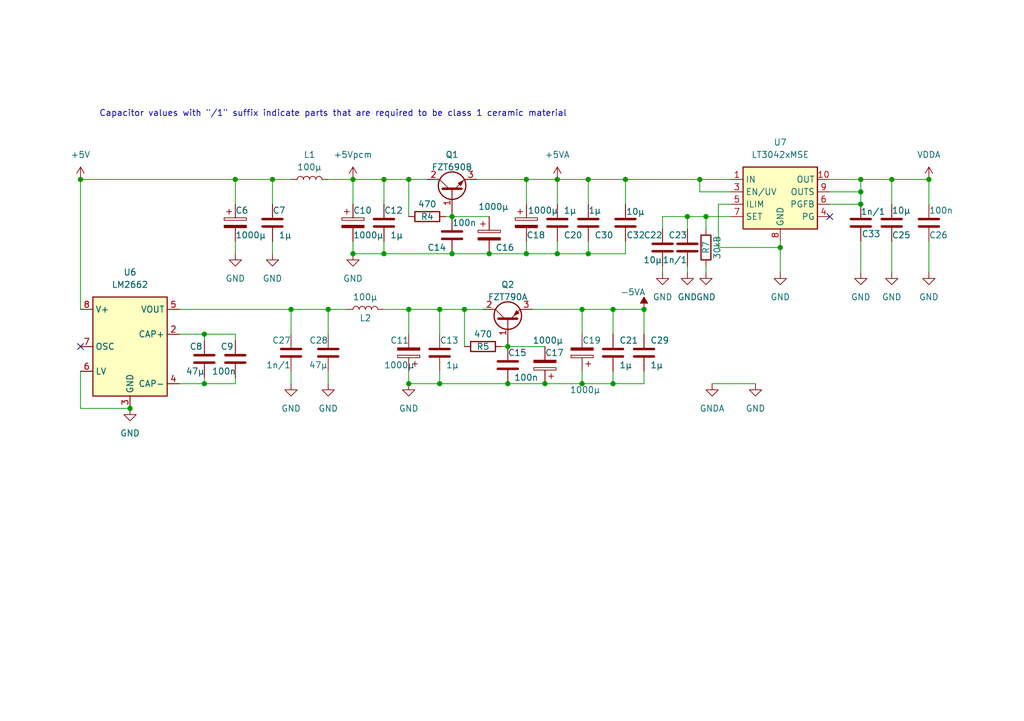
<source format=kicad_sch>
(kicad_sch (version 20250114) (generator "eeschema") (generator_version "9.0")
  (paper "A5")
  (title_block (title "MISRC") (date "2025-10-23") (rev "2.5") (comment 1 "Power supply"))
  (lib_symbols
    (symbol "Device:C" (pin_numbers (hide yes)) (pin_names (offset 0.254))
      (property "Reference" "C" (at 0.635 2.54 0))
      (property "Value" "C" (at 0.635 -2.54 0))
      (symbol "C_0_1"
        (polyline (pts (xy -2.032 0.762) (xy 2.032 0.762)) (stroke (width 0.508)))
        (polyline (pts (xy -2.032 -0.762) (xy 2.032 -0.762)) (stroke (width 0.508)))
      )
      (symbol "C_1_1"
        (pin passive line (at 0 3.81 270) (length 2.794) (name "~") (number "1"))
        (pin passive line (at 0 -3.81 90) (length 2.794) (name "~") (number "2"))
      )
    )
    (symbol "Device:C_Polarized" (pin_numbers (hide yes)) (pin_names (offset 0.254))
      (property "Reference" "C" (at 0.635 2.54 0))
      (property "Value" "C_Polarized" (at 0.635 -2.54 0))
      (symbol "C_Polarized_0_1"
        (rectangle (start -2.286 0.508) (end 2.286 1.016))
        (polyline (pts (xy -1.778 2.286) (xy -0.762 2.286)))
        (polyline (pts (xy -1.27 2.794) (xy -1.27 1.778)))
        (rectangle (start 2.286 -0.508) (end -2.286 -1.016) (fill (type outline)))
      )
      (symbol "C_Polarized_1_1"
        (pin passive line (at 0 3.81 270) (length 2.794) (name "~") (number "1"))
        (pin passive line (at 0 -3.81 90) (length 2.794) (name "~") (number "2"))
      )
    )
    (symbol "Device:L" (pin_numbers (hide yes)) (pin_names (offset 1.016) (hide yes))
      (property "Reference" "L" (at -1.27 0 90))
      (property "Value" "L" (at 1.905 0 90))
      (symbol "L_0_1"
        (arc (start 0 2.54) (mid 0.6323 1.905) (end 0 1.27))
        (arc (start 0 1.27) (mid 0.6323 0.635) (end 0 0))
        (arc (start 0 0) (mid 0.6323 -0.635) (end 0 -1.27))
        (arc (start 0 -1.27) (mid 0.6323 -1.905) (end 0 -2.54))
      )
      (symbol "L_1_1"
        (pin passive line (at 0 3.81 270) (length 1.27) (name "1") (number "1"))
        (pin passive line (at 0 -3.81 90) (length 1.27) (name "2") (number "2"))
      )
    )
    (symbol "Device:Q_NPN_BCE" (pin_names (offset 0) (hide yes))
      (property "Reference" "Q" (at 5.08 1.27 0))
      (property "Value" "Q_NPN_BCE" (at 5.08 -1.27 0))
      (symbol "Q_NPN_BCE_0_1"
        (polyline (pts (xy 0.635 1.905) (xy 0.635 -1.905) (xy 0.635 -1.905)) (stroke (width 0.508)))
        (polyline (pts (xy 0.635 0.635) (xy 2.54 2.54)))
        (polyline (pts (xy 0.635 -0.635) (xy 2.54 -2.54) (xy 2.54 -2.54)))
        (circle (center 1.27 0) (radius 2.8194) (stroke (width 0.254)))
        (polyline (pts (xy 1.27 -1.778) (xy 1.778 -1.27) (xy 2.286 -2.286) (xy 1.27 -1.778) (xy 1.27 -1.778)) (fill (type outline)))
      )
      (symbol "Q_NPN_BCE_1_1"
        (pin input line (at -5.08 0 0) (length 5.715) (name "B") (number "1"))
        (pin passive line (at 2.54 5.08 270) (length 2.54) (name "C") (number "2"))
        (pin passive line (at 2.54 -5.08 90) (length 2.54) (name "E") (number "3"))
      )
    )
    (symbol "Device:Q_PNP_BCE" (pin_names (offset 0) (hide yes))
      (property "Reference" "Q" (at 5.08 1.27 0))
      (property "Value" "Q_PNP_BCE" (at 5.08 -1.27 0))
      (symbol "Q_PNP_BCE_0_1"
        (polyline (pts (xy 0.635 1.905) (xy 0.635 -1.905) (xy 0.635 -1.905)) (stroke (width 0.508)))
        (polyline (pts (xy 0.635 0.635) (xy 2.54 2.54)))
        (polyline (pts (xy 0.635 -0.635) (xy 2.54 -2.54) (xy 2.54 -2.54)))
        (circle (center 1.27 0) (radius 2.8194) (stroke (width 0.254)))
        (polyline (pts (xy 2.286 -1.778) (xy 1.778 -2.286) (xy 1.27 -1.27) (xy 2.286 -1.778) (xy 2.286 -1.778)) (fill (type outline)))
      )
      (symbol "Q_PNP_BCE_1_1"
        (pin input line (at -5.08 0 0) (length 5.715) (name "B") (number "1"))
        (pin passive line (at 2.54 5.08 270) (length 2.54) (name "C") (number "2"))
        (pin passive line (at 2.54 -5.08 90) (length 2.54) (name "E") (number "3"))
      )
    )
    (symbol "Device:R" (pin_numbers (hide yes)) (pin_names (offset 0))
      (property "Reference" "R" (at 2.032 0 90))
      (property "Value" "R" (at 0 0 90))
      (symbol "R_0_1"
        (rectangle (start -1.016 -2.54) (end 1.016 2.54) (stroke (width 0.254)))
      )
      (symbol "R_1_1"
        (pin passive line (at 0 3.81 270) (length 1.27) (name "~") (number "1"))
        (pin passive line (at 0 -3.81 90) (length 1.27) (name "~") (number "2"))
      )
    )
    (symbol "Regulator_Linear:LT3042xMSE"
      (property "Reference" "U" (at -6.35 6.35 0))
      (property "Value" "LT3042xMSE" (at 1.27 6.35 0))
      (symbol "LT3042xMSE_0_1"
        (rectangle (start -7.62 5.08) (end 7.62 -7.62) (stroke (width 0.254)) (fill (type background)))
      )
      (symbol "LT3042xMSE_1_1"
        (pin power_in line (at -10.16 2.54 0) (length 2.54) (name "IN") (number "1"))
        (pin passive line (at -10.16 2.54 0) (length 2.54) (hide yes) (name "IN") (number "2"))
        (pin input line (at -10.16 0 0) (length 2.54) (name "EN/UV") (number "3"))
        (pin passive line (at -10.16 -2.54 0) (length 2.54) (name "ILIM") (number "5"))
        (pin passive line (at -10.16 -5.08 0) (length 2.54) (name "SET") (number "7"))
        (pin passive line (at 0 -10.16 90) (length 2.54) (hide yes) (name "GND") (number "11"))
        (pin power_in line (at 0 -10.16 90) (length 2.54) (name "GND") (number "8"))
        (pin power_out line (at 10.16 2.54 180) (length 2.54) (name "OUT") (number "10"))
        (pin input line (at 10.16 0 180) (length 2.54) (name "OUTS") (number "9"))
        (pin input line (at 10.16 -2.54 180) (length 2.54) (name "PGFB") (number "6"))
        (pin open_collector line (at 10.16 -5.08 180) (length 2.54) (name "PG") (number "4"))
      )
    )
    (symbol "Regulator_SwitchedCapacitor:ICL7660"
      (property "Reference" "U" (at -6.35 11.43 0))
      (property "Value" "ICL7660" (at 3.81 11.43 0))
      (symbol "ICL7660_0_1"
        (rectangle (start -7.62 10.16) (end 7.62 -10.16) (stroke (width 0.254)) (fill (type background)))
      )
      (symbol "ICL7660_1_1"
        (pin power_in line (at -10.16 7.62 0) (length 2.54) (name "V+") (number "8"))
        (pin input line (at -10.16 0 0) (length 2.54) (name "OSC") (number "7"))
        (pin input line (at -10.16 -5.08 0) (length 2.54) (name "LV") (number "6"))
        (pin no_connect line (at -7.62 5.08 0) (length 2.54) (hide yes) (name "NC") (number "1"))
        (pin power_in line (at 0 -12.7 90) (length 2.54) (name "GND") (number "3"))
        (pin power_out line (at 10.16 7.62 180) (length 2.54) (name "VOUT") (number "5"))
        (pin input line (at 10.16 2.54 180) (length 2.54) (name "CAP+") (number "2"))
        (pin input line (at 10.16 -7.62 180) (length 2.54) (name "CAP-") (number "4"))
      )
    )
    (symbol "power:+5V" (power) (pin_names (offset 0))
      (property "Value" "+5V" (at 0 3.556 0))
      (symbol "+5V_0_1"
        (polyline (pts (xy -0.762 1.27) (xy 0 2.54)))
        (polyline (pts (xy 0 2.54) (xy 0.762 1.27)))
        (polyline (pts (xy 0 0) (xy 0 2.54)))
      )
      (symbol "+5V_1_1"
        (pin power_in line (at 0 0 90) (length 0) (hide yes) (name "+5V") (number "1"))
      )
    )
    (symbol "power:+5VA" (power) (pin_names (offset 0))
      (property "Value" "+5VA" (at 0 3.556 0))
      (symbol "+5VA_0_1"
        (polyline (pts (xy -0.762 1.27) (xy 0 2.54)))
        (polyline (pts (xy 0 2.54) (xy 0.762 1.27)))
        (polyline (pts (xy 0 0) (xy 0 2.54)))
      )
      (symbol "+5VA_1_1"
        (pin power_in line (at 0 0 90) (length 0) (hide yes) (name "+5VA") (number "1"))
      )
    )
    (symbol "power:-5VA" (power) (pin_names (offset 0))
      (property "Value" "-5VA" (at 0 3.81 0))
      (symbol "-5VA_0_0"
        (pin power_in line (at 0 0 90) (length 0) (hide yes) (name "-5VA") (number "1"))
      )
      (symbol "-5VA_0_1"
        (polyline (pts (xy 0 0) (xy 0 1.27) (xy 0.762 1.27) (xy 0 2.54) (xy -0.762 1.27) (xy 0 1.27)) (fill (type outline)))
      )
    )
    (symbol "power:GND" (power) (pin_names (offset 0))
      (property "Value" "GND" (at 0 -3.81 0))
      (symbol "GND_0_1"
        (polyline (pts (xy 0 0) (xy 0 -1.27) (xy 1.27 -1.27) (xy 0 -2.54) (xy -1.27 -1.27) (xy 0 -1.27)))
      )
      (symbol "GND_1_1"
        (pin power_in line (at 0 0 270) (length 0) (hide yes) (name "GND") (number "1"))
      )
    )
    (symbol "power:GNDA" (power) (pin_names (offset 0))
      (property "Value" "GNDA" (at 0 -3.81 0))
      (symbol "GNDA_0_1"
        (polyline (pts (xy 0 0) (xy 0 -1.27) (xy 1.27 -1.27) (xy 0 -2.54) (xy -1.27 -1.27) (xy 0 -1.27)))
      )
      (symbol "GNDA_1_1"
        (pin power_in line (at 0 0 270) (length 0) (hide yes) (name "GNDA") (number "1"))
      )
    )
    (symbol "power:VDDA" (power) (pin_names (offset 0))
      (property "Value" "VDDA" (at 0 3.81 0))
      (symbol "VDDA_0_1"
        (polyline (pts (xy -0.762 1.27) (xy 0 2.54)))
        (polyline (pts (xy 0 2.54) (xy 0.762 1.27)))
        (polyline (pts (xy 0 0) (xy 0 2.54)))
      )
      (symbol "VDDA_1_1"
        (pin power_in line (at 0 0 90) (length 0) (hide yes) (name "VDDA") (number "1"))
      )
    )
  )
  (text "Capacitor values with \"/1\" suffix indicate parts that are required to be class 1 ceramic material" (at 20.32 24.13 0) (effects (font (size 1.27 1.27)) (justify left bottom)))
  (junction (at 143.51 36.83))
  (junction (at 160.02 50.8))
  (junction (at 59.69 63.5))
  (junction (at 125.73 78.74))
  (junction (at 92.71 52.07))
  (junction (at 176.53 39.37))
  (junction (at 104.14 78.74))
  (junction (at 41.91 68.58))
  (junction (at 83.82 78.74))
  (junction (at 107.95 36.83))
  (junction (at 67.31 63.5))
  (junction (at 132.08 63.5))
  (junction (at 48.26 36.83))
  (junction (at 104.14 71.12))
  (junction (at 190.5 36.83))
  (junction (at 144.78 44.45))
  (junction (at 120.65 52.07))
  (junction (at 107.95 52.07))
  (junction (at 55.88 36.83))
  (junction (at 83.82 36.83))
  (junction (at 16.51 36.83))
  (junction (at 83.82 63.5))
  (junction (at 120.65 36.83))
  (junction (at 119.38 78.74))
  (junction (at 78.74 36.83))
  (junction (at 176.53 41.91))
  (junction (at 182.88 36.83))
  (junction (at 128.27 36.83))
  (junction (at 125.73 63.5))
  (junction (at 176.53 36.83))
  (junction (at 92.71 44.45))
  (junction (at 41.91 78.74))
  (junction (at 114.3 52.07))
  (junction (at 72.39 36.83))
  (junction (at 26.67 83.82))
  (junction (at 100.33 52.07))
  (junction (at 140.97 44.45))
  (junction (at 114.3 36.83))
  (junction (at 78.74 52.07))
  (junction (at 90.17 78.74))
  (junction (at 95.25 63.5))
  (junction (at 111.76 78.74))
  (junction (at 72.39 52.07))
  (junction (at 90.17 63.5))
  (junction (at 119.38 63.5))
  (no_connect (at 16.51 71.12))
  (no_connect (at 170.18 44.45))
  (wire (pts (xy 140.97 44.45) (xy 140.97 46.99)))
  (wire (pts (xy 83.82 76.2) (xy 83.82 78.74)))
  (wire (pts (xy 16.51 76.2) (xy 16.51 83.82)))
  (wire (pts (xy 36.83 68.58) (xy 41.91 68.58)))
  (wire (pts (xy 147.32 41.91) (xy 147.32 50.8)))
  (wire (pts (xy 83.82 78.74) (xy 90.17 78.74)))
  (wire (pts (xy 36.83 63.5) (xy 59.69 63.5)))
  (wire (pts (xy 48.26 69.85) (xy 48.26 68.58)))
  (wire (pts (xy 114.3 36.83) (xy 120.65 36.83)))
  (wire (pts (xy 59.69 76.2) (xy 59.69 78.74)))
  (wire (pts (xy 170.18 39.37) (xy 176.53 39.37)))
  (wire (pts (xy 78.74 36.83) (xy 78.74 41.91)))
  (wire (pts (xy 83.82 36.83) (xy 87.63 36.83)))
  (wire (pts (xy 125.73 63.5) (xy 132.08 63.5)))
  (wire (pts (xy 72.39 36.83) (xy 72.39 41.91)))
  (wire (pts (xy 119.38 78.74) (xy 125.73 78.74)))
  (wire (pts (xy 120.65 52.07) (xy 120.65 49.53)))
  (wire (pts (xy 119.38 63.5) (xy 119.38 68.58)))
  (wire (pts (xy 16.51 83.82) (xy 26.67 83.82)))
  (wire (pts (xy 190.5 49.53) (xy 190.5 55.88)))
  (wire (pts (xy 78.74 63.5) (xy 83.82 63.5)))
  (wire (pts (xy 176.53 41.91) (xy 176.53 39.37)))
  (wire (pts (xy 135.89 44.45) (xy 140.97 44.45)))
  (wire (pts (xy 83.82 63.5) (xy 83.82 68.58)))
  (wire (pts (xy 107.95 36.83) (xy 107.95 41.91)))
  (wire (pts (xy 111.76 78.74) (xy 119.38 78.74)))
  (wire (pts (xy 59.69 63.5) (xy 59.69 68.58)))
  (wire (pts (xy 132.08 76.2) (xy 132.08 78.74)))
  (wire (pts (xy 128.27 49.53) (xy 128.27 52.07)))
  (wire (pts (xy 92.71 44.45) (xy 100.33 44.45)))
  (wire (pts (xy 114.3 52.07) (xy 114.3 49.53)))
  (wire (pts (xy 97.79 36.83) (xy 107.95 36.83)))
  (wire (pts (xy 104.14 78.74) (xy 111.76 78.74)))
  (wire (pts (xy 119.38 76.2) (xy 119.38 78.74)))
  (wire (pts (xy 128.27 36.83) (xy 128.27 41.91)))
  (wire (pts (xy 125.73 78.74) (xy 125.73 76.2)))
  (wire (pts (xy 90.17 63.5) (xy 95.25 63.5)))
  (wire (pts (xy 143.51 36.83) (xy 149.86 36.83)))
  (wire (pts (xy 135.89 54.61) (xy 135.89 55.88)))
  (wire (pts (xy 90.17 63.5) (xy 90.17 68.58)))
  (wire (pts (xy 140.97 54.61) (xy 140.97 55.88)))
  (wire (pts (xy 144.78 55.88) (xy 144.78 54.61)))
  (wire (pts (xy 55.88 36.83) (xy 55.88 41.91)))
  (wire (pts (xy 78.74 52.07) (xy 92.71 52.07)))
  (wire (pts (xy 55.88 49.53) (xy 55.88 52.07)))
  (wire (pts (xy 48.26 36.83) (xy 48.26 41.91)))
  (wire (pts (xy 190.5 36.83) (xy 190.5 41.91)))
  (wire (pts (xy 143.51 36.83) (xy 143.51 39.37)))
  (wire (pts (xy 107.95 52.07) (xy 114.3 52.07)))
  (wire (pts (xy 182.88 36.83) (xy 182.88 41.91)))
  (wire (pts (xy 120.65 36.83) (xy 128.27 36.83)))
  (wire (pts (xy 100.33 52.07) (xy 107.95 52.07)))
  (wire (pts (xy 48.26 49.53) (xy 48.26 52.07)))
  (wire (pts (xy 135.89 44.45) (xy 135.89 46.99)))
  (wire (pts (xy 72.39 49.53) (xy 72.39 52.07)))
  (wire (pts (xy 16.51 36.83) (xy 16.51 63.5)))
  (wire (pts (xy 95.25 63.5) (xy 99.06 63.5)))
  (wire (pts (xy 176.53 36.83) (xy 182.88 36.83)))
  (wire (pts (xy 182.88 36.83) (xy 190.5 36.83)))
  (wire (pts (xy 160.02 55.88) (xy 160.02 50.8)))
  (wire (pts (xy 114.3 52.07) (xy 120.65 52.07)))
  (wire (pts (xy 67.31 63.5) (xy 67.31 68.58)))
  (wire (pts (xy 149.86 41.91) (xy 147.32 41.91)))
  (wire (pts (xy 120.65 36.83) (xy 120.65 41.91)))
  (wire (pts (xy 48.26 78.74) (xy 48.26 77.47)))
  (wire (pts (xy 102.87 71.12) (xy 104.14 71.12)))
  (wire (pts (xy 114.3 36.83) (xy 114.3 41.91)))
  (wire (pts (xy 67.31 36.83) (xy 72.39 36.83)))
  (wire (pts (xy 95.25 63.5) (xy 95.25 71.12)))
  (wire (pts (xy 48.26 68.58) (xy 41.91 68.58)))
  (wire (pts (xy 67.31 76.2) (xy 67.31 78.74)))
  (wire (pts (xy 16.51 36.83) (xy 48.26 36.83)))
  (wire (pts (xy 144.78 44.45) (xy 149.86 44.45)))
  (wire (pts (xy 78.74 49.53) (xy 78.74 52.07)))
  (wire (pts (xy 128.27 52.07) (xy 120.65 52.07)))
  (wire (pts (xy 55.88 36.83) (xy 59.69 36.83)))
  (wire (pts (xy 90.17 76.2) (xy 90.17 78.74)))
  (wire (pts (xy 147.32 50.8) (xy 160.02 50.8)))
  (wire (pts (xy 125.73 63.5) (xy 125.73 68.58)))
  (wire (pts (xy 41.91 69.85) (xy 41.91 68.58)))
  (wire (pts (xy 83.82 44.45) (xy 83.82 36.83)))
  (wire (pts (xy 41.91 78.74) (xy 36.83 78.74)))
  (wire (pts (xy 176.53 39.37) (xy 176.53 36.83)))
  (wire (pts (xy 78.74 36.83) (xy 83.82 36.83)))
  (wire (pts (xy 107.95 36.83) (xy 114.3 36.83)))
  (wire (pts (xy 109.22 63.5) (xy 119.38 63.5)))
  (wire (pts (xy 128.27 36.83) (xy 143.51 36.83)))
  (wire (pts (xy 92.71 52.07) (xy 100.33 52.07)))
  (wire (pts (xy 140.97 44.45) (xy 144.78 44.45)))
  (wire (pts (xy 144.78 44.45) (xy 144.78 46.99)))
  (wire (pts (xy 59.69 63.5) (xy 67.31 63.5)))
  (wire (pts (xy 182.88 49.53) (xy 182.88 55.88)))
  (wire (pts (xy 176.53 55.88) (xy 176.53 49.53)))
  (wire (pts (xy 125.73 78.74) (xy 132.08 78.74)))
  (wire (pts (xy 132.08 63.5) (xy 132.08 68.58)))
  (wire (pts (xy 91.44 44.45) (xy 92.71 44.45)))
  (wire (pts (xy 104.14 71.12) (xy 111.76 71.12)))
  (wire (pts (xy 146.05 78.74) (xy 154.94 78.74)))
  (wire (pts (xy 72.39 52.07) (xy 78.74 52.07)))
  (wire (pts (xy 170.18 36.83) (xy 176.53 36.83)))
  (wire (pts (xy 119.38 63.5) (xy 125.73 63.5)))
  (wire (pts (xy 72.39 36.83) (xy 78.74 36.83)))
  (wire (pts (xy 170.18 41.91) (xy 176.53 41.91)))
  (wire (pts (xy 55.88 36.83) (xy 48.26 36.83)))
  (wire (pts (xy 41.91 78.74) (xy 41.91 77.47)))
  (wire (pts (xy 143.51 39.37) (xy 149.86 39.37)))
  (wire (pts (xy 90.17 78.74) (xy 104.14 78.74)))
  (wire (pts (xy 160.02 50.8) (xy 160.02 49.53)))
  (wire (pts (xy 48.26 78.74) (xy 41.91 78.74)))
  (wire (pts (xy 83.82 63.5) (xy 90.17 63.5)))
  (wire (pts (xy 67.31 63.5) (xy 71.12 63.5)))
  (wire (pts (xy 107.95 49.53) (xy 107.95 52.07)))
  (symbol (lib_id "Regulator_SwitchedCapacitor:ICL7660") (at 26.67 71.12 0) (unit 1)
    (property "Reference" "U6" (at 26.67 55.88 0))
    (property "Value" "LM2662" (at 26.67 58.42 0))
    (property "Footprint" "Package_SO:SOIC-8_3.9x4.9mm_P1.27mm" (effects (hide yes)))
    (property "Datasheet" "http://datasheets.maximintegrated.com/en/ds/ICL7660-MAX1044.pdf" (effects (hide yes)))
    (property "Description" "Switched-Capacitor Voltage Converter, 1.5V to 10.0V operating supply voltage, 10mA with a 0.5V output drop, SO-8/DIP-8/µMAX-8/TO-99" (effects (hide yes)))
    (property "Manufacturer_Part_Number" "LM2662MX/NOPB" (effects (hide yes)))
    (property "LCSC Part #" "C129316" (effects (hide yes)))
    (property "Manufacturer_Name" "TI" (effects (hide yes)))
  )
  (symbol (lib_id "power:GND") (at 55.88 52.07 0) (unit 1)
    (property "Reference" "#PWR030" (effects (hide yes)))
    (property "Value" "GND" (at 55.88 57.15 0))
  )
  (symbol (lib_id "Device:C") (at 128.27 45.72 180) (unit 1)
    (property "Reference" "C32" (at 132.334 48.26 0) (effects (justify left)))
    (property "Value" "10µ" (at 132.334 43.434 0) (effects (justify left)))
    (property "Footprint" "Capacitor_SMD:C_0805_2012Metric" (effects (hide yes)))
    (property "Manufacturer_Part_Number" "GRM21BR61H106KE43L" (effects (hide yes)))
    (property "LCSC Part #" "C440198" (effects (hide yes)))
    (property "Max Tolerance" "20%" (effects (hide yes)))
    (property "Capacitor Ceramic" "X7R" (effects (hide yes)))
  )
  (symbol (lib_id "Device:C") (at 125.73 72.39 0) (unit 1)
    (property "Reference" "C21" (at 127 69.85 0) (effects (justify left)))
    (property "Value" "1µ" (at 127 74.93 0) (effects (justify left)))
    (property "Footprint" "Capacitor_SMD:C_0603_1608Metric" (effects (hide yes)))
    (property "Manufacturer_Part_Number" "UMK107AB7105KA-T" (effects (hide yes)))
    (property "LCSC Part #" "C105174" (effects (hide yes)))
    (property "Max Tolerance" "10%" (effects (hide yes)))
    (property "Capacitor Ceramic" "X7R" (effects (hide yes)))
  )
  (symbol (lib_id "Device:Q_PNP_BCE") (at 104.14 66.04 90) (unit 1)
    (property "Reference" "Q2" (at 104.14 58.42 90))
    (property "Value" "FZT790A" (at 104.14 60.96 90))
    (property "Footprint" "Package_TO_SOT_SMD:SOT-223-3_TabPin2" (effects (hide yes)))
    (property "Manufacturer_Part_Number" "FZT790A" (effects (hide yes)))
    (property "LCSC Part #" "C460090" (effects (hide yes)))
  )
  (symbol (lib_id "Device:C_Polarized") (at 111.76 74.93 180) (unit 1)
    (property "Reference" "C17" (at 111.76 72.39 0) (effects (justify right)))
    (property "Value" "1000µ" (at 109.22 69.85 0) (effects (justify right)))
    (property "Footprint" "Capacitor_SMD:CP_Elec_10x12.6" (effects (hide yes)))
    (property "Manufacturer_Part_Number" "16SVPF1000M" (effects (hide yes)))
    (property "LCSC Part #" "C236289" (effects (hide yes)))
    (property "FT Rotation Offset" "180" (effects (hide yes)))
    (property "Max Tolerance" "20%" (effects (hide yes)))
    (property "Capacitor Ceramic" "Polymer" (effects (hide yes)))
    (property "Manufacturer_Name" "Panasonic" (effects (hide yes)))
    (property "Mouser Part Number" "667-16SVPF1000M" (effects (hide yes)))
  )
  (symbol (lib_id "Device:L") (at 74.93 63.5 90) (unit 1)
    (property "Reference" "L2" (at 74.93 65.278 90))
    (property "Value" "100µ" (at 74.93 60.96 90))
    (property "Footprint" "Footprints:L_Bourns-SRU8043_2" (effects (hide yes)))
    (property "Manufacturer_Part_Number" "SRU8043-101Y" (effects (hide yes)))
    (property "LCSC Part #" "C2041672" (effects (hide yes)))
    (property "Manufacturer_Name" "Bourns" (effects (hide yes)))
    (property "Mouser Part Number" "652-SRU8043-101Y" (effects (hide yes)))
  )
  (symbol (lib_id "Device:C") (at 190.5 45.72 0) (unit 1)
    (property "Reference" "C26" (at 190.5 48.26 0) (effects (justify left)))
    (property "Value" "100n" (at 190.5 43.18 0) (effects (justify left)))
    (property "Footprint" "Capacitor_SMD:C_0603_1608Metric" (effects (hide yes)))
    (property "Manufacturer_Part_Number" "CC0603KRX7R9BB104" (effects (hide yes)))
    (property "LCSC Part #" "C14663" (effects (hide yes)))
    (property "Max Tolerance" "10%" (effects (hide yes)))
    (property "Capacitor Ceramic" "X7R" (effects (hide yes)))
  )
  (symbol (lib_id "Device:C") (at 41.91 73.66 0) (unit 1)
    (property "Reference" "C8" (at 38.862 71.12 0) (effects (justify left)))
    (property "Value" "47µ" (at 38.1 76.2 0) (effects (justify left)))
    (property "Footprint" "Capacitor_SMD:C_1210_3225Metric" (effects (hide yes)))
    (property "Manufacturer_Part_Number" "TMK325ABJ476MM-T" (effects (hide yes)))
    (property "LCSC Part #" "C555369" (effects (hide yes)))
    (property "Max Tolerance" "20%" (effects (hide yes)))
    (property "Capacitor Ceramic" "X5R" (effects (hide yes)))
  )
  (symbol (lib_id "Device:C") (at 140.97 50.8 180) (unit 1)
    (property "Reference" "C23" (at 140.97 48.26 0) (effects (justify left)))
    (property "Value" "1n/1" (at 140.97 53.34 0) (effects (justify left)))
    (property "Footprint" "Capacitor_SMD:C_0603_1608Metric" (effects (hide yes)))
    (property "Manufacturer_Part_Number" "CC0603JRNPO9BN102" (effects (hide yes)))
    (property "LCSC Part #" "C106246" (effects (hide yes)))
    (property "Max Tolerance" "10%" (effects (hide yes)))
    (property "Capacitor Ceramic" "NP0/C0G" (effects (hide yes)))
  )
  (symbol (lib_id "power:GNDA") (at 146.05 78.74 0) (unit 1)
    (property "Reference" "#PWR037" (effects (hide yes)))
    (property "Value" "GNDA" (at 146.05 83.82 0))
  )
  (symbol (lib_id "Device:C") (at 90.17 72.39 0) (unit 1)
    (property "Reference" "C13" (at 90.17 69.85 0) (effects (justify left)))
    (property "Value" "1µ" (at 91.44 74.93 0) (effects (justify left)))
    (property "Footprint" "Capacitor_SMD:C_0603_1608Metric" (effects (hide yes)))
    (property "Manufacturer_Part_Number" "UMK107AB7105KA-T" (effects (hide yes)))
    (property "LCSC Part #" "C105174" (effects (hide yes)))
    (property "Max Tolerance" "10%" (effects (hide yes)))
    (property "Capacitor Ceramic" "X7R" (effects (hide yes)))
  )
  (symbol (lib_id "Device:C") (at 78.74 45.72 0) (unit 1)
    (property "Reference" "C12" (at 78.74 43.18 0) (effects (justify left)))
    (property "Value" "1µ" (at 80.01 48.26 0) (effects (justify left)))
    (property "Footprint" "Capacitor_SMD:C_0603_1608Metric" (effects (hide yes)))
    (property "Manufacturer_Part_Number" "UMK107AB7105KA-T" (effects (hide yes)))
    (property "LCSC Part #" "C105174" (effects (hide yes)))
    (property "Max Tolerance" "10%" (effects (hide yes)))
    (property "Capacitor Ceramic" "X7R" (effects (hide yes)))
  )
  (symbol (lib_id "Device:C") (at 135.89 50.8 180) (unit 1)
    (property "Reference" "C22" (at 135.89 48.26 0) (effects (justify left)))
    (property "Value" "10µ" (at 135.89 53.34 0) (effects (justify left)))
    (property "Footprint" "Capacitor_SMD:C_0805_2012Metric" (effects (hide yes)))
    (property "Manufacturer_Part_Number" "GRM21BR61H106KE43L" (effects (hide yes)))
    (property "LCSC Part #" "C440198" (effects (hide yes)))
    (property "Max Tolerance" "20%" (effects (hide yes)))
    (property "Capacitor Ceramic" "X7R" (effects (hide yes)))
  )
  (symbol (lib_id "power:GND") (at 72.39 52.07 0) (unit 1)
    (property "Reference" "#PWR031" (effects (hide yes)))
    (property "Value" "GND" (at 72.39 57.15 0))
  )
  (symbol (lib_id "Device:Q_NPN_BCE") (at 92.71 39.37 90) (unit 1)
    (property "Reference" "Q1" (at 92.71 31.75 90))
    (property "Value" "FZT690B" (at 92.71 34.29 90))
    (property "Footprint" "Package_TO_SOT_SMD:SOT-223-3_TabPin2" (effects (hide yes)))
    (property "Manufacturer_Part_Number" "FZT690BTA" (effects (hide yes)))
    (property "LCSC Part #" "C156316" (effects (hide yes)))
  )
  (symbol (lib_id "power:GND") (at 160.02 55.88 0) (unit 1)
    (property "Reference" "#PWR038" (effects (hide yes)))
    (property "Value" "GND" (at 160.02 60.96 0))
  )
  (symbol (lib_id "power:GND") (at 176.53 55.88 0) (unit 1)
    (property "Reference" "#PWR0326" (effects (hide yes)))
    (property "Value" "GND" (at 176.53 60.96 0))
  )
  (symbol (lib_id "Device:C") (at 120.65 45.72 0) (unit 1)
    (property "Reference" "C30" (at 121.92 48.26 0) (effects (justify left)))
    (property "Value" "1µ" (at 120.65 43.18 0) (effects (justify left)))
    (property "Footprint" "Capacitor_SMD:C_0603_1608Metric" (effects (hide yes)))
    (property "Manufacturer_Part_Number" "UMK107AB7105KA-T" (effects (hide yes)))
    (property "LCSC Part #" "C105174" (effects (hide yes)))
    (property "Max Tolerance" "10%" (effects (hide yes)))
    (property "Capacitor Ceramic" "X7R" (effects (hide yes)))
  )
  (symbol (lib_id "power:GND") (at 59.69 78.74 0) (unit 1)
    (property "Reference" "#PWR0239" (effects (hide yes)))
    (property "Value" "GND" (at 59.69 83.82 0))
  )
  (symbol (lib_id "Device:C_Polarized") (at 83.82 72.39 180) (unit 1)
    (property "Reference" "C11" (at 80.01 69.85 0) (effects (justify right)))
    (property "Value" "1000µ" (at 78.74 74.93 0) (effects (justify right)))
    (property "Footprint" "Capacitor_SMD:CP_Elec_10x12.6" (effects (hide yes)))
    (property "Manufacturer_Part_Number" "16SVPF1000M" (effects (hide yes)))
    (property "LCSC Part #" "C236289" (effects (hide yes)))
    (property "FT Rotation Offset" "180" (effects (hide yes)))
    (property "Max Tolerance" "20%" (effects (hide yes)))
    (property "Capacitor Ceramic" "Polymer" (effects (hide yes)))
    (property "Manufacturer_Name" "Panasonic" (effects (hide yes)))
    (property "Mouser Part Number" "667-16SVPF1000M" (effects (hide yes)))
  )
  (symbol (lib_id "power:VDDA") (at 190.5 36.83 0) (unit 1)
    (property "Reference" "#PWR042" (effects (hide yes)))
    (property "Value" "VDDA" (at 190.5 31.75 0))
  )
  (symbol (lib_id "Device:C") (at 182.88 45.72 0) (unit 1)
    (property "Reference" "C25" (at 182.88 48.26 0) (effects (justify left)))
    (property "Value" "10µ" (at 182.88 43.18 0) (effects (justify left)))
    (property "Footprint" "Capacitor_SMD:C_0805_2012Metric" (effects (hide yes)))
    (property "Manufacturer_Part_Number" "GRM21BR61H106KE43L" (effects (hide yes)))
    (property "LCSC Part #" "C440198" (effects (hide yes)))
    (property "Max Tolerance" "20%" (effects (hide yes)))
    (property "Capacitor Ceramic" "X7R" (effects (hide yes)))
  )
  (symbol (lib_id "power:GND") (at 26.67 83.82 0) (unit 1)
    (property "Reference" "#PWR040" (effects (hide yes)))
    (property "Value" "GND" (at 26.67 88.9 0))
  )
  (symbol (lib_id "Device:C") (at 92.71 48.26 0) (unit 1)
    (property "Reference" "C14" (at 87.63 50.8 0) (effects (justify left)))
    (property "Value" "100n" (at 92.71 45.72 0) (effects (justify left)))
    (property "Footprint" "Capacitor_SMD:C_0603_1608Metric" (effects (hide yes)))
    (property "Manufacturer_Part_Number" "CC0603KRX7R9BB104" (effects (hide yes)))
    (property "LCSC Part #" "C14663" (effects (hide yes)))
    (property "Max Tolerance" "10%" (effects (hide yes)))
    (property "Capacitor Ceramic" "X7R" (effects (hide yes)))
  )
  (symbol (lib_id "power:GND") (at 154.94 78.74 0) (unit 1)
    (property "Reference" "#PWR039" (effects (hide yes)))
    (property "Value" "GND" (at 154.94 83.82 0))
  )
  (symbol (lib_id "Device:C") (at 59.69 72.39 180) (unit 1)
    (property "Reference" "C27" (at 59.69 69.85 0) (effects (justify left)))
    (property "Value" "1n/1" (at 59.69 74.93 0) (effects (justify left)))
    (property "Footprint" "Capacitor_SMD:C_0603_1608Metric" (effects (hide yes)))
    (property "Manufacturer_Part_Number" "CC0603JRNPO9BN102" (effects (hide yes)))
    (property "LCSC Part #" "C106246" (effects (hide yes)))
    (property "Max Tolerance" "10%" (effects (hide yes)))
    (property "Capacitor Ceramic" "NP0/C0G" (effects (hide yes)))
  )
  (symbol (lib_id "power:+5V") (at 16.51 36.83 0) (unit 1)
    (property "Reference" "#PWR027" (effects (hide yes)))
    (property "Value" "+5V" (at 16.51 31.75 0))
  )
  (symbol (lib_id "Regulator_Linear:LT3042xMSE") (at 160.02 39.37 0) (unit 1)
    (property "Reference" "U7" (at 160.02 29.21 0))
    (property "Value" "LT3042xMSE" (at 160.02 31.75 0))
    (property "Footprint" "Package_SO:MSOP-10-1EP_3x3mm_P0.5mm_EP1.68x1.88mm" (effects (hide yes)))
    (property "Datasheet" "https://www.analog.com/media/en/technical-documentation/data-sheets/3042fb.pdf" (effects (hide yes)))
    (property "Description" "200mA, Adjustable, Ultralow Noise, Ultrahigh PSRR RF Linear Regulator, MSOP-10" (effects (hide yes)))
    (property "Manufacturer_Part_Number" "LT3042EMSE#TRPBF" (effects (hide yes)))
    (property "LCSC Part #" "C461518" (effects (hide yes)))
    (property "Manufacturer_Name" "Analog/LT" (effects (hide yes)))
  )
  (symbol (lib_id "Device:L") (at 63.5 36.83 90) (unit 1)
    (property "Reference" "L1" (at 63.5 31.75 90))
    (property "Value" "100µ" (at 63.5 34.29 90))
    (property "Footprint" "Footprints:L_Bourns-SRU8043_2" (effects (hide yes)))
    (property "Manufacturer_Part_Number" "SRU8043-101Y" (effects (hide yes)))
    (property "LCSC Part #" "C2041672" (effects (hide yes)))
    (property "Manufacturer_Name" "Bourns" (effects (hide yes)))
    (property "Mouser Part Number" "652-SRU8043-101Y" (effects (hide yes)))
  )
  (symbol (lib_id "power:+5VA") (at 114.3 36.83 0) (unit 1)
    (property "Reference" "#PWR033" (effects (hide yes)))
    (property "Value" "+5VA" (at 114.3 31.75 0))
  )
  (symbol (lib_id "Device:R") (at 87.63 44.45 90) (unit 1)
    (property "Reference" "R4" (at 87.63 44.45 90))
    (property "Value" "470" (at 87.63 41.91 90))
    (property "Footprint" "Resistor_SMD:R_0603_1608Metric" (effects (hide yes)))
    (property "Manufacturer_Part_Number" "0603WAF4700T5E" (effects (hide yes)))
    (property "LCSC Part #" "C23179" (effects (hide yes)))
    (property "Max Tolerance" "1%" (effects (hide yes)))
  )
  (symbol (lib_id "Device:C") (at 67.31 72.39 180) (unit 1)
    (property "Reference" "C28" (at 67.31 69.85 0) (effects (justify left)))
    (property "Value" "47µ" (at 67.31 74.93 0) (effects (justify left)))
    (property "Footprint" "Capacitor_SMD:C_1210_3225Metric" (effects (hide yes)))
    (property "Manufacturer_Part_Number" "TMK325ABJ476MM-T" (effects (hide yes)))
    (property "LCSC Part #" "C555369" (effects (hide yes)))
    (property "Max Tolerance" "20%" (effects (hide yes)))
    (property "Capacitor Ceramic" "X5R" (effects (hide yes)))
  )
  (symbol (lib_id "Device:R") (at 99.06 71.12 90) (unit 1)
    (property "Reference" "R5" (at 99.06 71.12 90))
    (property "Value" "470" (at 99.06 68.58 90))
    (property "Footprint" "Resistor_SMD:R_0603_1608Metric" (effects (hide yes)))
    (property "Manufacturer_Part_Number" "0603WAF4700T5E" (effects (hide yes)))
    (property "LCSC Part #" "C23179" (effects (hide yes)))
    (property "Max Tolerance" "1%" (effects (hide yes)))
  )
  (symbol (lib_id "power:GND") (at 182.88 55.88 0) (unit 1)
    (property "Reference" "#PWR041" (effects (hide yes)))
    (property "Value" "GND" (at 182.88 60.96 0))
  )
  (symbol (lib_id "power:GND") (at 48.26 52.07 0) (unit 1)
    (property "Reference" "#PWR028" (effects (hide yes)))
    (property "Value" "GND" (at 48.26 57.15 0))
  )
  (symbol (lib_id "power:GND") (at 83.82 78.74 0) (unit 1)
    (property "Reference" "#PWR032" (effects (hide yes)))
    (property "Value" "GND" (at 83.82 83.82 0))
  )
  (symbol (lib_id "Device:C_Polarized") (at 119.38 72.39 180) (unit 1)
    (property "Reference" "C19" (at 119.38 69.85 0) (effects (justify right)))
    (property "Value" "1000µ" (at 116.84 80.01 0) (effects (justify right)))
    (property "Footprint" "Capacitor_SMD:CP_Elec_10x12.6" (effects (hide yes)))
    (property "Manufacturer_Part_Number" "16SVPF1000M" (effects (hide yes)))
    (property "LCSC Part #" "C236289" (effects (hide yes)))
    (property "FT Rotation Offset" "180" (effects (hide yes)))
    (property "Max Tolerance" "20%" (effects (hide yes)))
    (property "Capacitor Ceramic" "Polymer" (effects (hide yes)))
    (property "Manufacturer_Name" "Panasonic" (effects (hide yes)))
    (property "Mouser Part Number" "667-16SVPF1000M" (effects (hide yes)))
  )
  (symbol (lib_id "power:GND") (at 135.89 55.88 0) (unit 1)
    (property "Reference" "#PWR035" (effects (hide yes)))
    (property "Value" "GND" (at 135.89 60.96 0))
  )
  (symbol (lib_id "Device:C") (at 104.14 74.93 0) (unit 1)
    (property "Reference" "C15" (at 104.14 72.39 0) (effects (justify left)))
    (property "Value" "100n" (at 105.41 77.47 0) (effects (justify left)))
    (property "Footprint" "Capacitor_SMD:C_0603_1608Metric" (effects (hide yes)))
    (property "Manufacturer_Part_Number" "CC0603KRX7R9BB104" (effects (hide yes)))
    (property "LCSC Part #" "C14663" (effects (hide yes)))
    (property "Max Tolerance" "10%" (effects (hide yes)))
    (property "Capacitor Ceramic" "X7R" (effects (hide yes)))
  )
  (symbol (lib_id "power:GND") (at 140.97 55.88 0) (unit 1)
    (property "Reference" "#PWR036" (effects (hide yes)))
    (property "Value" "GND" (at 140.97 60.96 0))
  )
  (symbol (lib_id "Device:C") (at 114.3 45.72 0) (unit 1)
    (property "Reference" "C20" (at 115.57 48.26 0) (effects (justify left)))
    (property "Value" "1µ" (at 115.57 43.18 0) (effects (justify left)))
    (property "Footprint" "Capacitor_SMD:C_0603_1608Metric" (effects (hide yes)))
    (property "Manufacturer_Part_Number" "UMK107AB7105KA-T" (effects (hide yes)))
    (property "LCSC Part #" "C105174" (effects (hide yes)))
    (property "Max Tolerance" "10%" (effects (hide yes)))
    (property "Capacitor Ceramic" "X7R" (effects (hide yes)))
  )
  (symbol (lib_id "Device:C_Polarized") (at 107.95 45.72 0) (unit 1)
    (property "Reference" "C18" (at 107.95 48.26 0) (effects (justify left)))
    (property "Value" "1000µ" (at 108.204 43.18 0) (effects (justify left)))
    (property "Footprint" "Capacitor_SMD:CP_Elec_10x12.6" (effects (hide yes)))
    (property "Manufacturer_Part_Number" "16SVPF1000M" (effects (hide yes)))
    (property "LCSC Part #" "C236289" (effects (hide yes)))
    (property "FT Rotation Offset" "180" (effects (hide yes)))
    (property "Max Tolerance" "20%" (effects (hide yes)))
    (property "Capacitor Ceramic" "Polymer" (effects (hide yes)))
    (property "Manufacturer_Name" "Panasonic" (effects (hide yes)))
    (property "Mouser Part Number" "667-16SVPF1000M" (effects (hide yes)))
  )
  (symbol (lib_id "Device:C") (at 55.88 45.72 0) (unit 1)
    (property "Reference" "C7" (at 55.88 43.18 0) (effects (justify left)))
    (property "Value" "1µ" (at 57.15 48.26 0) (effects (justify left)))
    (property "Footprint" "Capacitor_SMD:C_0603_1608Metric" (effects (hide yes)))
    (property "Manufacturer_Part_Number" "UMK107AB7105KA-T" (effects (hide yes)))
    (property "LCSC Part #" "C105174" (effects (hide yes)))
    (property "Max Tolerance" "10%" (effects (hide yes)))
    (property "Capacitor Ceramic" "X7R" (effects (hide yes)))
  )
  (symbol (lib_id "Device:C") (at 48.26 73.66 0) (unit 1)
    (property "Reference" "C9" (at 45.212 71.12 0) (effects (justify left)))
    (property "Value" "100n" (at 43.434 76.2 0) (effects (justify left)))
    (property "Footprint" "Capacitor_SMD:C_0603_1608Metric" (effects (hide yes)))
    (property "Manufacturer_Part_Number" "CC0603KRX7R9BB104" (effects (hide yes)))
    (property "LCSC Part #" "C14663" (effects (hide yes)))
    (property "Max Tolerance" "10%" (effects (hide yes)))
    (property "Capacitor Ceramic" "X7R" (effects (hide yes)))
  )
  (symbol (lib_id "Device:C") (at 176.53 45.72 180) (unit 1)
    (property "Reference" "C33" (at 180.594 48.006 0) (effects (justify left)))
    (property "Value" "1n/1" (at 181.61 43.434 0) (effects (justify left)))
    (property "Footprint" "Capacitor_SMD:C_0603_1608Metric" (effects (hide yes)))
    (property "Manufacturer_Part_Number" "CC0603JRNPO9BN102" (effects (hide yes)))
    (property "LCSC Part #" "C106246" (effects (hide yes)))
    (property "Max Tolerance" "10%" (effects (hide yes)))
    (property "Capacitor Ceramic" "NP0/C0G" (effects (hide yes)))
  )
  (symbol (lib_id "power:+5V") (at 72.39 36.83 0) (unit 1)
    (property "Reference" "#PWR0267" (effects (hide yes)))
    (property "Value" "+5Vpcm" (at 72.39 31.75 0))
  )
  (symbol (lib_id "Device:C") (at 132.08 72.39 0) (unit 1)
    (property "Reference" "C29" (at 133.35 69.85 0) (effects (justify left)))
    (property "Value" "1µ" (at 133.35 74.93 0) (effects (justify left)))
    (property "Footprint" "Capacitor_SMD:C_0603_1608Metric" (effects (hide yes)))
    (property "Manufacturer_Part_Number" "UMK107AB7105KA-T" (effects (hide yes)))
    (property "LCSC Part #" "C105174" (effects (hide yes)))
    (property "Max Tolerance" "10%" (effects (hide yes)))
    (property "Capacitor Ceramic" "X7R" (effects (hide yes)))
  )
  (symbol (lib_id "Device:C_Polarized") (at 72.39 45.72 0) (unit 1)
    (property "Reference" "C10" (at 72.39 43.18 0) (effects (justify left)))
    (property "Value" "1000µ" (at 72.39 48.26 0) (effects (justify left)))
    (property "Footprint" "Capacitor_SMD:CP_Elec_10x12.6" (effects (hide yes)))
    (property "Description" "Polarized capacitor" (effects (hide yes)))
    (property "Manufacturer_Part_Number" "16SVPF1000M" (effects (hide yes)))
    (property "LCSC Part #" "C236289" (effects (hide yes)))
    (property "FT Rotation Offset" "180" (effects (hide yes)))
    (property "Max Tolerance" "20%" (effects (hide yes)))
    (property "Capacitor Ceramic" "Polymer" (effects (hide yes)))
    (property "Manufacturer_Name" "Panasonic" (effects (hide yes)))
    (property "Mouser Part Number" "667-16SVPF1000M" (effects (hide yes)))
  )
  (symbol (lib_id "Device:C_Polarized") (at 100.33 48.26 0) (unit 1)
    (property "Reference" "C16" (at 101.6 50.8 0) (effects (justify left)))
    (property "Value" "1000µ" (at 98.044 42.418 0) (effects (justify left)))
    (property "Footprint" "Capacitor_SMD:CP_Elec_10x12.6" (effects (hide yes)))
    (property "Manufacturer_Part_Number" "16SVPF1000M" (effects (hide yes)))
    (property "LCSC Part #" "C236289" (effects (hide yes)))
    (property "FT Rotation Offset" "180" (effects (hide yes)))
    (property "Max Tolerance" "20%" (effects (hide yes)))
    (property "Capacitor Ceramic" "Polymer" (effects (hide yes)))
    (property "Manufacturer_Name" "Panasonic" (effects (hide yes)))
    (property "Mouser Part Number" "667-16SVPF1000M" (effects (hide yes)))
  )
  (symbol (lib_id "power:GND") (at 190.5 55.88 0) (unit 1)
    (property "Reference" "#PWR043" (effects (hide yes)))
    (property "Value" "GND" (at 190.5 60.96 0))
  )
  (symbol (lib_id "power:-5VA") (at 132.08 63.5 0) (unit 1)
    (property "Reference" "#PWR034" (effects (hide yes)))
    (property "Value" "-5VA" (at 129.794 59.944 0))
  )
  (symbol (lib_id "Device:R") (at 144.78 50.8 180) (unit 1)
    (property "Reference" "R7" (at 144.78 50.8 90))
    (property "Value" "30kB" (at 147.066 50.8 90))
    (property "Footprint" "Resistor_SMD:R_0603_1608Metric" (effects (hide yes)))
    (property "Manufacturer_Part_Number" "RT0603BRD0730KL" (effects (hide yes)))
    (property "LCSC Part #" "C723585" (effects (hide yes)))
    (property "Max Tolerance" "0.1%" (effects (hide yes)))
  )
  (symbol (lib_id "power:GND") (at 144.78 55.88 0) (unit 1)
    (property "Reference" "#PWR046" (effects (hide yes)))
    (property "Value" "GND" (at 144.78 60.96 0))
  )
  (symbol (lib_id "power:GND") (at 67.31 78.74 0) (unit 1)
    (property "Reference" "#PWR0240" (effects (hide yes)))
    (property "Value" "GND" (at 67.31 83.82 0))
  )
  (symbol (lib_id "Device:C_Polarized") (at 48.26 45.72 0) (unit 1)
    (property "Reference" "C6" (at 48.26 43.18 0) (effects (justify left)))
    (property "Value" "1000µ" (at 48.26 48.26 0) (effects (justify left)))
    (property "Footprint" "Capacitor_SMD:CP_Elec_10x12.6" (effects (hide yes)))
    (property "Manufacturer_Part_Number" "16SVPF1000M" (effects (hide yes)))
    (property "LCSC Part #" "C236289" (effects (hide yes)))
    (property "FT Rotation Offset" "180" (effects (hide yes)))
    (property "Max Tolerance" "20%" (effects (hide yes)))
    (property "Capacitor Ceramic" "Polymer" (effects (hide yes)))
    (property "Manufacturer_Name" "Panasonic" (effects (hide yes)))
    (property "Mouser Part Number" "667-16SVPF1000M" (effects (hide yes)))
  )
)
</source>
